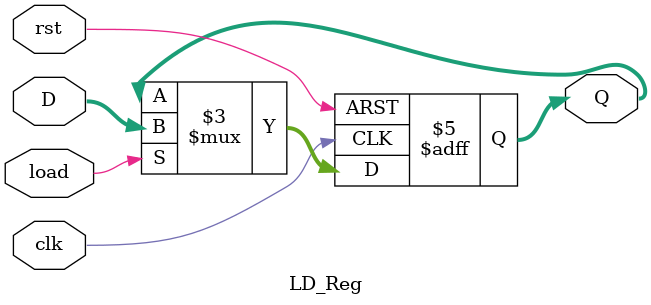
<source format=v>
`timescale 1ns / 1ps


module LD_Reg(
    input               clk,
    input               rst,
    input               load,
    input       [7:0]   D,
    output  reg [7:0]   Q
    );
    
    always @(posedge clk, posedge rst)
        if(rst)         Q <= 8'b0;
        else if(load)   Q <= D;
        else            Q <= Q;
endmodule

</source>
